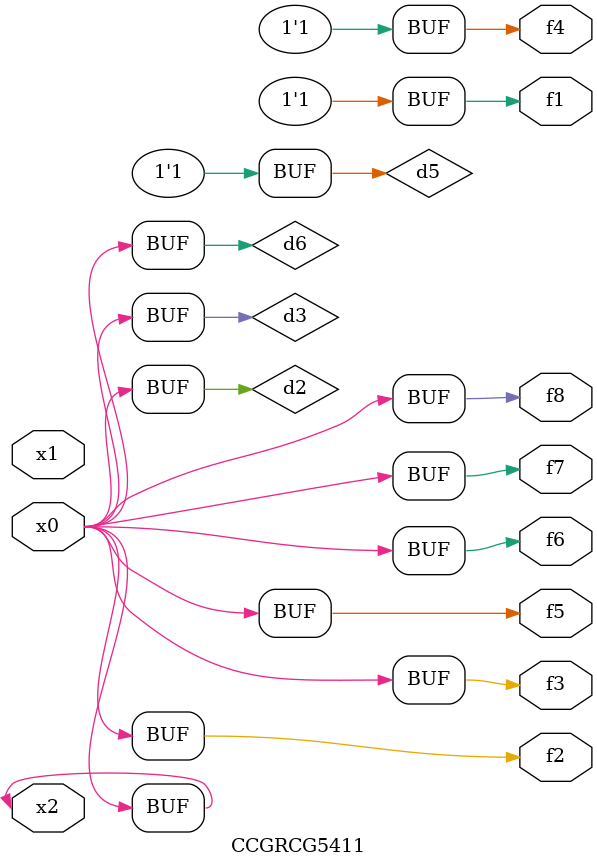
<source format=v>
module CCGRCG5411(
	input x0, x1, x2,
	output f1, f2, f3, f4, f5, f6, f7, f8
);

	wire d1, d2, d3, d4, d5, d6;

	xnor (d1, x2);
	buf (d2, x0, x2);
	and (d3, x0);
	xnor (d4, x1, x2);
	nand (d5, d1, d3);
	buf (d6, d2, d3);
	assign f1 = d5;
	assign f2 = d6;
	assign f3 = d6;
	assign f4 = d5;
	assign f5 = d6;
	assign f6 = d6;
	assign f7 = d6;
	assign f8 = d6;
endmodule

</source>
